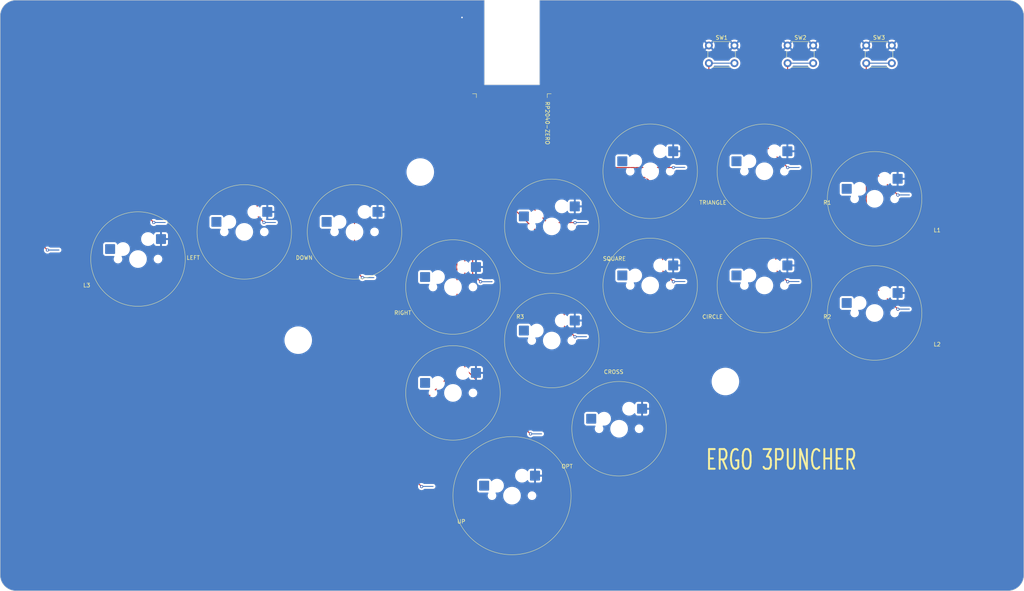
<source format=kicad_pcb>
(kicad_pcb (version 20221018) (generator pcbnew)
  (layers (0 "F.Cu" signal) (31 "B.Cu" signal) (34 "B.Paste" user) (35 "F.Paste" user) (36 "B.SilkS" user "B.Silkscreen") (37 "F.SilkS" user "F.Silkscreen") (38 "B.Mask" user) (39 "F.Mask" user) (44 "Edge.Cuts" user))
  (net 0 "")
  (net 1 "OPT1")
  (net 2 "GND")
  (net 3 "OPT2")
  (net 4 "OPT3")
  (net 5 "SQUARE")
  (net 6 "TRIANGLE")
  (net 7 "R1")
  (net 8 "L1")
  (net 9 "OPT5")
  (net 10 "CROSS")
  (net 11 "CIRCLE")
  (net 12 "R2")
  (net 13 "L2")
  (net 14 "OPT6")
  (net 15 "LEFT")
  (net 16 "DOWN")
  (net 17 "RIGHT")
  (net 18 "UP")
  (net 19 "OPT4")
  (footprint "MX_Hotswap:MX-Hotswap-1U-24mm" (layer "F.Cu") (at 197.5 134.6)
    (fp_text reference "MX16")
    (fp_text value "MX-NoLED")
    (fp_circle (center 0 0) (end 12 0) (stroke (width 0.1)) (fill none) (layer "F.SilkS"))
    (pad "" np_thru_hole circle (at -5.08 0 48.099) (size 1.7018 1.7018) (drill 1.7018) (layers "F&B.Cu" "*.Mask"))
    (pad "" np_thru_hole circle (at -3.81 -2.54) (size 3 3) (drill 3) (layers "F&B.Cu" "*.Mask"))
    (pad "" np_thru_hole circle (at 0 0) (size 3.9878 3.9878) (drill 3.9878) (layers "F&B.Cu" "*.Mask"))
    (pad "" np_thru_hole circle (at 2.54 -5.08) (size 3 3) (drill 3) (layers "F&B.Cu" "*.Mask"))
    (pad "" np_thru_hole circle (at 5.08 0 48.099) (size 1.7018 1.7018) (drill 1.7018) (layers "F&B.Cu" "*.Mask"))
    (pad "1" smd roundrect (at -7.085 -2.54) (size 2.55 2.5) (layers "B.Cu" "B.Paste" "B.Mask") (roundrect_rratio 0.08) (net 17 "RIGHT"))
    (pad "2" smd roundrect (at 5.842 -5.08) (size 2.55 2.5) (layers "B.Cu" "B.Paste" "B.Mask") (roundrect_rratio 0.08) (net 2 "GND"))
  )
  (footprint "MX_Hotswap:MX-Hotswap-1U-24mm" (layer "F.Cu") (at 276.6 134.2)
    (fp_text reference "MX11")
    (fp_text value "MX-NoLED")
    (fp_circle (center 0 0) (end 12 0) (stroke (width 0.1)) (fill none) (layer "F.SilkS"))
    (pad "" np_thru_hole circle (at -5.08 0 48.099) (size 1.7018 1.7018) (drill 1.7018) (layers "F&B.Cu" "*.Mask"))
    (pad "" np_thru_hole circle (at -3.81 -2.54) (size 3 3) (drill 3) (layers "F&B.Cu" "*.Mask"))
    (pad "" np_thru_hole circle (at 0 0) (size 3.9878 3.9878) (drill 3.9878) (layers "F&B.Cu" "*.Mask"))
    (pad "" np_thru_hole circle (at 2.54 -5.08) (size 3 3) (drill 3) (layers "F&B.Cu" "*.Mask"))
    (pad "" np_thru_hole circle (at 5.08 0 48.099) (size 1.7018 1.7018) (drill 1.7018) (layers "F&B.Cu" "*.Mask"))
    (pad "1" smd roundrect (at -7.085 -2.54) (size 2.55 2.5) (layers "B.Cu" "B.Paste" "B.Mask") (roundrect_rratio 0.08) (net 12 "R2"))
    (pad "2" smd roundrect (at 5.842 -5.08) (size 2.55 2.5) (layers "B.Cu" "B.Paste" "B.Mask") (roundrect_rratio 0.08) (net 2 "GND"))
  )
  (footprint "MX_Hotswap:MX-Hotswap-1U-30mm" (layer "F.Cu") (at 212.5 187.6)
    (fp_text reference "MX17")
    (fp_text value "MX-NoLED")
    (fp_circle (center 0 0) (end 15 0) (stroke (width 0.1)) (fill none) (layer "F.SilkS"))
    (pad "" np_thru_hole circle (at -5.08 0 48.099) (size 1.7018 1.7018) (drill 1.7018) (layers "F&B.Cu" "*.Mask"))
    (pad "" np_thru_hole circle (at -3.81 -2.54) (size 3 3) (drill 3) (layers "F&B.Cu" "*.Mask"))
    (pad "" np_thru_hole circle (at 0 0) (size 3.9878 3.9878) (drill 3.9878) (layers "F&B.Cu" "*.Mask"))
    (pad "" np_thru_hole circle (at 2.54 -5.08) (size 3 3) (drill 3) (layers "F&B.Cu" "*.Mask"))
    (pad "" np_thru_hole circle (at 5.08 0 48.099) (size 1.7018 1.7018) (drill 1.7018) (layers "F&B.Cu" "*.Mask"))
    (pad "1" smd roundrect (at -7.085 -2.54) (size 2.55 2.5) (layers "B.Cu" "B.Paste" "B.Mask") (roundrect_rratio 0.08) (net 18 "UP"))
    (pad "2" smd roundrect (at 5.842 -5.08) (size 2.55 2.5) (layers "B.Cu" "B.Paste" "B.Mask") (roundrect_rratio 0.08) (net 2 "GND"))
  )
  (footprint "MX_Hotswap:MX-Hotswap-1U-24mm" (layer "F.Cu") (at 172.5 120.6)
    (fp_text reference "MX15")
    (fp_text value "MX-NoLED")
    (fp_circle (center 0 0) (end 12 0) (stroke (width 0.1)) (fill none) (layer "F.SilkS"))
    (pad "" np_thru_hole circle (at -5.08 0 48.099) (size 1.7018 1.7018) (drill 1.7018) (layers "F&B.Cu" "*.Mask"))
    (pad "" np_thru_hole circle (at -3.81 -2.54) (size 3 3) (drill 3) (layers "F&B.Cu" "*.Mask"))
    (pad "" np_thru_hole circle (at 0 0) (size 3.9878 3.9878) (drill 3.9878) (layers "F&B.Cu" "*.Mask"))
    (pad "" np_thru_hole circle (at 2.54 -5.08) (size 3 3) (drill 3) (layers "F&B.Cu" "*.Mask"))
    (pad "" np_thru_hole circle (at 5.08 0 48.099) (size 1.7018 1.7018) (drill 1.7018) (layers "F&B.Cu" "*.Mask"))
    (pad "1" smd roundrect (at -7.085 -2.54) (size 2.55 2.5) (layers "B.Cu" "B.Paste" "B.Mask") (roundrect_rratio 0.08) (net 16 "DOWN"))
    (pad "2" smd roundrect (at 5.842 -5.08) (size 2.55 2.5) (layers "B.Cu" "B.Paste" "B.Mask") (roundrect_rratio 0.08) (net 2 "GND"))
  )
  (footprint "MountingHole:MountingHole_6.5mm" (layer "F.Cu") (at 266.7 158.6)
    (fp_text reference "H3")
    (fp_text value "MountingHole")
    (pad "" np_thru_hole circle (at 0 0) (size 6.5 6.5) (drill 6.5) (layers "*.Cu" "*.Mask"))
  )
  (footprint "MX_Hotswap:MX-Hotswap-1U-24mm" (layer "F.Cu") (at 304.6 112.2)
    (fp_text reference "MX7")
    (fp_text value "MX-NoLED")
    (fp_circle (center 0 0) (end 12 0) (stroke (width 0.1)) (fill none) (layer "F.SilkS"))
    (pad "" np_thru_hole circle (at -5.08 0 48.099) (size 1.7018 1.7018) (drill 1.7018) (layers "F&B.Cu" "*.Mask"))
    (pad "" np_thru_hole circle (at -3.81 -2.54) (size 3 3) (drill 3) (layers "F&B.Cu" "*.Mask"))
    (pad "" np_thru_hole circle (at 0 0) (size 3.9878 3.9878) (drill 3.9878) (layers "F&B.Cu" "*.Mask"))
    (pad "" np_thru_hole circle (at 2.54 -5.08) (size 3 3) (drill 3) (layers "F&B.Cu" "*.Mask"))
    (pad "" np_thru_hole circle (at 5.08 0 48.099) (size 1.7018 1.7018) (drill 1.7018) (layers "F&B.Cu" "*.Mask"))
    (pad "1" smd roundrect (at -7.085 -2.54) (size 2.55 2.5) (layers "B.Cu" "B.Paste" "B.Mask") (roundrect_rratio 0.08) (net 8 "L1"))
    (pad "2" smd roundrect (at 5.842 -5.08) (size 2.55 2.5) (layers "B.Cu" "B.Paste" "B.Mask") (roundrect_rratio 0.08) (net 2 "GND"))
  )
  (footprint "MX_Hotswap:MX-Hotswap-1U-24mm" (layer "F.Cu") (at 222.6 148.2)
    (fp_text reference "MX9")
    (fp_text value "MX-NoLED")
    (fp_circle (center 0 0) (end 12 0) (stroke (width 0.1)) (fill none) (layer "F.SilkS"))
    (pad "" np_thru_hole circle (at -5.08 0 48.099) (size 1.7018 1.7018) (drill 1.7018) (layers "F&B.Cu" "*.Mask"))
    (pad "" np_thru_hole circle (at -3.81 -2.54) (size 3 3) (drill 3) (layers "F&B.Cu" "*.Mask"))
    (pad "" np_thru_hole circle (at 0 0) (size 3.9878 3.9878) (drill 3.9878) (layers "F&B.Cu" "*.Mask"))
    (pad "" np_thru_hole circle (at 2.54 -5.08) (size 3 3) (drill 3) (layers "F&B.Cu" "*.Mask"))
    (pad "" np_thru_hole circle (at 5.08 0 48.099) (size 1.7018 1.7018) (drill 1.7018) (layers "F&B.Cu" "*.Mask"))
    (pad "1" smd roundrect (at -7.085 -2.54) (size 2.55 2.5) (layers "B.Cu" "B.Paste" "B.Mask") (roundrect_rratio 0.08) (net 10 "CROSS"))
    (pad "2" smd roundrect (at 5.842 -5.08) (size 2.55 2.5) (layers "B.Cu" "B.Paste" "B.Mask") (roundrect_rratio 0.08) (net 2 "GND"))
  )
  (footprint "MX_Hotswap:MX-Hotswap-1U-24mm" (layer "F.Cu") (at 247.6 105.2)
    (fp_text reference "MX5")
    (fp_text value "MX-NoLED")
    (fp_circle (center 0 0) (end 12 0) (stroke (width 0.1)) (fill none) (layer "F.SilkS"))
    (pad "" np_thru_hole circle (at -5.08 0 48.099) (size 1.7018 1.7018) (drill 1.7018) (layers "F&B.Cu" "*.Mask"))
    (pad "" np_thru_hole circle (at -3.81 -2.54) (size 3 3) (drill 3) (layers "F&B.Cu" "*.Mask"))
    (pad "" np_thru_hole circle (at 0 0) (size 3.9878 3.9878) (drill 3.9878) (layers "F&B.Cu" "*.Mask"))
    (pad "" np_thru_hole circle (at 2.54 -5.08) (size 3 3) (drill 3) (layers "F&B.Cu" "*.Mask"))
    (pad "" np_thru_hole circle (at 5.08 0 48.099) (size 1.7018 1.7018) (drill 1.7018) (layers "F&B.Cu" "*.Mask"))
    (pad "1" smd roundrect (at -7.085 -2.54) (size 2.55 2.5) (layers "B.Cu" "B.Paste" "B.Mask") (roundrect_rratio 0.08) (net 6 "TRIANGLE"))
    (pad "2" smd roundrect (at 5.842 -5.08) (size 2.55 2.5) (layers "B.Cu" "B.Paste" "B.Mask") (roundrect_rratio 0.08) (net 2 "GND"))
  )
  (footprint "MountingHole:MountingHole_6.5mm" (layer "F.Cu") (at 189.2 105.4)
    (fp_text reference "H1")
    (fp_text value "MountingHole")
    (pad "" np_thru_hole circle (at 0 0) (size 6.5 6.5) (drill 6.5) (layers "*.Cu" "*.Mask"))
  )
  (footprint "MX_Hotswap:MX-Hotswap-1U-24mm" (layer "F.Cu") (at 117.5 127.5)
    (fp_text reference "MX13")
    (fp_text value "MX-NoLED")
    (fp_circle (center 0 0) (end 12 0) (stroke (width 0.1)) (fill none) (layer "F.SilkS"))
    (pad "" np_thru_hole circle (at -5.08 0 48.099) (size 1.7018 1.7018) (drill 1.7018) (layers "F&B.Cu" "*.Mask"))
    (pad "" np_thru_hole circle (at -3.81 -2.54) (size 3 3) (drill 3) (layers "F&B.Cu" "*.Mask"))
    (pad "" np_thru_hole circle (at 0 0) (size 3.9878 3.9878) (drill 3.9878) (layers "F&B.Cu" "*.Mask"))
    (pad "" np_thru_hole circle (at 2.54 -5.08) (size 3 3) (drill 3) (layers "F&B.Cu" "*.Mask"))
    (pad "" np_thru_hole circle (at 5.08 0 48.099) (size 1.7018 1.7018) (drill 1.7018) (layers "F&B.Cu" "*.Mask"))
    (pad "1" smd roundrect (at -7.085 -2.54) (size 2.55 2.5) (layers "B.Cu" "B.Paste" "B.Mask") (roundrect_rratio 0.08) (net 14 "OPT6"))
    (pad "2" smd roundrect (at 5.842 -5.08) (size 2.55 2.5) (layers "B.Cu" "B.Paste" "B.Mask") (roundrect_rratio 0.08) (net 2 "GND"))
  )
  (footprint "Button_Switch_THT:SW_PUSH_6mm_H13mm" (layer "F.Cu") (at 302.475 73.25)
    (fp_text reference "SW3" (at 3.25 -2) (layer "F.SilkS"))
    (fp_text value "SW_SPST")
    (fp_line (start -0.25 1.5) (end -0.25 3) (stroke (width 0.12)) (layer "F.SilkS"))
    (fp_line (start 1 5.5) (end 5.5 5.5) (stroke (width 0.12)) (layer "F.SilkS"))
    (fp_line (start 5.5 -1) (end 1 -1) (stroke (width 0.12)) (layer "F.SilkS"))
    (fp_line (start 6.75 3) (end 6.75 1.5) (stroke (width 0.12)) (layer "F.SilkS"))
    (pad "1" thru_hole circle (at 0 0 90) (size 2 2) (drill 1.1) (layers "*.Cu" "*.Mask") (net 2 "GND"))
    (pad "1" thru_hole circle (at 6.5 0 90) (size 2 2) (drill 1.1) (layers "*.Cu" "*.Mask") (net 2 "GND"))
    (pad "2" thru_hole circle (at 0 4.5 90) (size 2 2) (drill 1.1) (layers "*.Cu" "*.Mask") (net 4 "OPT3"))
    (pad "2" thru_hole circle (at 6.5 4.5 90) (size 2 2) (drill 1.1) (layers "*.Cu" "*.Mask") (net 4 "OPT3"))
  )
  (footprint "Button_Switch_THT:SW_PUSH_6mm_H13mm" (layer "F.Cu") (at 262.5 73.25)
    (fp_text reference "SW1" (at 3.25 -2) (layer "F.SilkS"))
    (fp_text value "SW_SPST")
    (fp_line (start -0.25 1.5) (end -0.25 3) (stroke (width 0.12)) (layer "F.SilkS"))
    (fp_line (start 1 5.5) (end 5.5 5.5) (stroke (width 0.12)) (layer "F.SilkS"))
    (fp_line (start 5.5 -1) (end 1 -1) (stroke (width 0.12)) (layer "F.SilkS"))
    (fp_line (start 6.75 3) (end 6.75 1.5) (stroke (width 0.12)) (layer "F.SilkS"))
    (pad "1" thru_hole circle (at 0 0 90) (size 2 2) (drill 1.1) (layers "*.Cu" "*.Mask") (net 2 "GND"))
    (pad "1" thru_hole circle (at 6.5 0 90) (size 2 2) (drill 1.1) (layers "*.Cu" "*.Mask") (net 2 "GND"))
    (pad "2" thru_hole circle (at 0 4.5 90) (size 2 2) (drill 1.1) (layers "*.Cu" "*.Mask") (net 1 "OPT1"))
    (pad "2" thru_hole circle (at 6.5 4.5 90) (size 2 2) (drill 1.1) (layers "*.Cu" "*.Mask") (net 1 "OPT1"))
  )
  (footprint "Button_Switch_THT:SW_PUSH_6mm_H13mm" (layer "F.Cu") (at 282.5 73.25)
    (fp_text reference "SW2" (at 3.25 -2) (layer "F.SilkS"))
    (fp_text value "SW_SPST")
    (fp_line (start -0.25 1.5) (end -0.25 3) (stroke (width 0.12)) (layer "F.SilkS"))
    (fp_line (start 1 5.5) (end 5.5 5.5) (stroke (width 0.12)) (layer "F.SilkS"))
    (fp_line (start 5.5 -1) (end 1 -1) (stroke (width 0.12)) (layer "F.SilkS"))
    (fp_line (start 6.75 3) (end 6.75 1.5) (stroke (width 0.12)) (layer "F.SilkS"))
    (pad "1" thru_hole circle (at 0 0 90) (size 2 2) (drill 1.1) (layers "*.Cu" "*.Mask") (net 2 "GND"))
    (pad "1" thru_hole circle (at 6.5 0 90) (size 2 2) (drill 1.1) (layers "*.Cu" "*.Mask") (net 2 "GND"))
    (pad "2" thru_hole circle (at 0 4.5 90) (size 2 2) (drill 1.1) (layers "*.Cu" "*.Mask") (net 3 "OPT2"))
    (pad "2" thru_hole circle (at 6.5 4.5 90) (size 2 2) (drill 1.1) (layers "*.Cu" "*.Mask") (net 3 "OPT2"))
  )
  (footprint "MX_Hotswap:MX-Hotswap-1U-24mm" (layer "F.Cu") (at 222.6 119.2)
    (fp_text reference "MX4")
    (fp_text value "MX-NoLED")
    (fp_circle (center 0 0) (end 12 0) (stroke (width 0.1)) (fill none) (layer "F.SilkS"))
    (pad "" np_thru_hole circle (at -5.08 0 48.099) (size 1.7018 1.7018) (drill 1.7018) (layers "F&B.Cu" "*.Mask"))
    (pad "" np_thru_hole circle (at -3.81 -2.54) (size 3 3) (drill 3) (layers "F&B.Cu" "*.Mask"))
    (pad "" np_thru_hole circle (at 0 0) (size 3.9878 3.9878) (drill 3.9878) (layers "F&B.Cu" "*.Mask"))
    (pad "" np_thru_hole circle (at 2.54 -5.08) (size 3 3) (drill 3) (layers "F&B.Cu" "*.Mask"))
    (pad "" np_thru_hole circle (at 5.08 0 48.099) (size 1.7018 1.7018) (drill 1.7018) (layers "F&B.Cu" "*.Mask"))
    (pad "1" smd roundrect (at -7.085 -2.54) (size 2.55 2.5) (layers "B.Cu" "B.Paste" "B.Mask") (roundrect_rratio 0.08) (net 5 "SQUARE"))
    (pad "2" smd roundrect (at 5.842 -5.08) (size 2.55 2.5) (layers "B.Cu" "B.Paste" "B.Mask") (roundrect_rratio 0.08) (net 2 "GND"))
  )
  (footprint "RP2040-Zero:RP2040-Zero" (layer "F.Cu") (at 212.4186 71.2454)
    (fp_text reference "U1" hide)
    (fp_text value "RP2040-ZERO" (at 9.0694 21.7186 -90 unlocked) (layer "F.SilkS"))
    (fp_line (start -8.9586 14.2646) (end -9.9586 14.2646) (stroke (width 0.12)) (layer "F.SilkS"))
    (fp_line (start -8.9586 14.2646) (end -8.9586 15.2646) (stroke (width 0.12)) (layer "F.SilkS"))
    (fp_line (start 9.0414 14.2646) (end 9.0414 15.2646) (stroke (width 0.12)) (layer "F.SilkS"))
    (fp_line (start 9.0414 14.2646) (end 10.0414 14.2646) (stroke (width 0.12)) (layer "F.SilkS"))
    (pad "1" smd roundrect (at 9.2014 -7.6454 180) (size 3 1.524) (layers "F.Cu" "F.Paste" "F.Mask"))
    (pad "2" smd roundrect (at 9.2014 -5.1054 180) (size 3 1.524) (layers "F.Cu" "F.Paste" "F.Mask"))
    (pad "3" smd roundrect (at 9.2014 -2.5654 180) (size 3 1.524) (layers "F.Cu" "F.Paste" "F.Mask") (net 1 "OPT1"))
    (pad "4" smd roundrect (at 9.2014 -0.0254 180) (size 3 1.524) (layers "F.Cu" "F.Paste" "F.Mask") (net 3 "OPT2"))
    (pad "5" smd roundrect (at 9.2014 2.5146 180) (size 3 1.524) (layers "F.Cu" "F.Paste" "F.Mask") (net 4 "OPT3"))
    (pad "6" smd roundrect (at 9.2014 5.0546 180) (size 3 1.524) (layers "F.Cu" "F.Paste" "F.Mask") (net 8 "L1"))
    (pad "7" smd roundrect (at 9.2014 7.5946 180) (size 3 1.524) (layers "F.Cu" "F.Paste" "F.Mask") (net 13 "L2"))
    (pad "8" smd roundrect (at 9.2014 10.1346 180) (size 3 1.524) (layers "F.Cu" "F.Paste" "F.Mask") (net 7 "R1"))
    (pad "9" smd roundrect (at 9.2014 12.6746 180) (size 3 1.524) (layers "F.Cu" "F.Paste" "F.Mask") (net 12 "R2"))
    (pad "10" smd roundrect (at 5.1214 14.2146 270) (size 3 1.524) (layers "F.Cu" "F.Paste" "F.Mask") (net 6 "TRIANGLE"))
    (pad "11" smd roundrect (at 2.5814 14.2146 270) (size 3 1.524) (layers "F.Cu" "F.Paste" "F.Mask") (net 11 "CIRCLE"))
    (pad "12" smd roundrect (at 0.0414 14.2146 270) (size 3 1.524) (layers "F.Cu" "F.Paste" "F.Mask") (net 5 "SQUARE"))
    (pad "13" smd roundrect (at -2.4986 14.2146 270) (size 3 1.524) (layers "F.Cu" "F.Paste" "F.Mask") (net 10 "CROSS"))
    (pad "14" smd roundrect (at -5.0386 14.2146 90) (size 3 1.524) (layers "F.Cu" "F.Paste" "F.Mask") (net 19 "OPT4"))
    (pad "15" smd roundrect (at -9.1186 12.6746 180) (size 3 1.524) (layers "F.Cu" "F.Paste" "F.Mask") (net 9 "OPT5"))
    (pad "16" smd roundrect (at -9.1186 10.1346 180) (size 3 1.524) (layers "F.Cu" "F.Paste" "F.Mask") (net 18 "UP"))
    (pad "17" smd roundrect (at -9.1186 7.5946 180) (size 3 1.524) (layers "F.Cu" "F.Paste" "F.Mask") (net 17 "RIGHT"))
    (pad "18" smd roundrect (at -9.1186 5.0546 180) (size 3 1.524) (layers "F.Cu" "F.Paste" "F.Mask") (net 16 "DOWN"))
    (pad "19" smd roundrect (at -9.1186 2.5146 180) (size 3 1.524) (layers "F.Cu" "F.Paste" "F.Mask") (net 15 "LEFT"))
    (pad "20" smd roundrect (at -9.1186 -0.0254 180) (size 3 1.524) (layers "F.Cu" "F.Paste" "F.Mask") (net 14 "OPT6"))
    (pad "21" smd roundrect (at -9.1186 -2.5654 180) (size 3 1.524) (layers "F.Cu" "F.Paste" "F.Mask"))
    (pad "22" smd roundrect (at -9.1186 -5.1054 180) (size 3 1.524) (layers "F.Cu" "F.Paste" "F.Mask") (net 2 "GND"))
    (pad "23" smd roundrect (at -9.1186 -7.6454 180) (size 3 1.524) (layers "F.Cu" "F.Paste" "F.Mask"))
  )
  (footprint "MX_Hotswap:MX-Hotswap-1U-24mm" (layer "F.Cu") (at 247.6 134.2)
    (fp_text reference "MX10")
    (fp_text value "MX-NoLED")
    (fp_circle (center 0 0) (end 12 0) (stroke (width 0.1)) (fill none) (layer "F.SilkS"))
    (pad "" np_thru_hole circle (at -5.08 0 48.099) (size 1.7018 1.7018) (drill 1.7018) (layers "F&B.Cu" "*.Mask"))
    (pad "" np_thru_hole circle (at -3.81 -2.54) (size 3 3) (drill 3) (layers "F&B.Cu" "*.Mask"))
    (pad "" np_thru_hole circle (at 0 0) (size 3.9878 3.9878) (drill 3.9878) (layers "F&B.Cu" "*.Mask"))
    (pad "" np_thru_hole circle (at 2.54 -5.08) (size 3 3) (drill 3) (layers "F&B.Cu" "*.Mask"))
    (pad "" np_thru_hole circle (at 5.08 0 48.099) (size 1.7018 1.7018) (drill 1.7018) (layers "F&B.Cu" "*.Mask"))
    (pad "1" smd roundrect (at -7.085 -2.54) (size 2.55 2.5) (layers "B.Cu" "B.Paste" "B.Mask") (roundrect_rratio 0.08) (net 11 "CIRCLE"))
    (pad "2" smd roundrect (at 5.842 -5.08) (size 2.55 2.5) (layers "B.Cu" "B.Paste" "B.Mask") (roundrect_rratio 0.08) (net 2 "GND"))
  )
  (footprint "MX_Hotswap:MX-Hotswap-1U-24mm" (layer "F.Cu") (at 239.7 170.6)
    (fp_text reference "MX8")
    (fp_text value "MX-NoLED")
    (fp_circle (center 0 0) (end 12 0) (stroke (width 0.1)) (fill none) (layer "F.SilkS"))
    (pad "" np_thru_hole circle (at -5.08 0 48.099) (size 1.7018 1.7018) (drill 1.7018) (layers "F&B.Cu" "*.Mask"))
    (pad "" np_thru_hole circle (at -3.81 -2.54) (size 3 3) (drill 3) (layers "F&B.Cu" "*.Mask"))
    (pad "" np_thru_hole circle (at 0 0) (size 3.9878 3.9878) (drill 3.9878) (layers "F&B.Cu" "*.Mask"))
    (pad "" np_thru_hole circle (at 2.54 -5.08) (size 3 3) (drill 3) (layers "F&B.Cu" "*.Mask"))
    (pad "" np_thru_hole circle (at 5.08 0 48.099) (size 1.7018 1.7018) (drill 1.7018) (layers "F&B.Cu" "*.Mask"))
    (pad "1" smd roundrect (at -7.085 -2.54) (size 2.55 2.5) (layers "B.Cu" "B.Paste" "B.Mask") (roundrect_rratio 0.08) (net 9 "OPT5"))
    (pad "2" smd roundrect (at 5.842 -5.08) (size 2.55 2.5) (layers "B.Cu" "B.Paste" "B.Mask") (roundrect_rratio 0.08) (net 2 "GND"))
  )
  (footprint "MX_Hotswap:MX-Hotswap-1U-24mm" (layer "F.Cu") (at 197.5 161.5)
    (fp_text reference "MX18")
    (fp_text value "MX-NoLED")
    (fp_circle (center 0 0) (end 12 0) (stroke (width 0.1)) (fill none) (layer "F.SilkS"))
    (pad "" np_thru_hole circle (at -5.08 0 48.099) (size 1.7018 1.7018) (drill 1.7018) (layers "F&B.Cu" "*.Mask"))
    (pad "" np_thru_hole circle (at -3.81 -2.54) (size 3 3) (drill 3) (layers "F&B.Cu" "*.Mask"))
    (pad "" np_thru_hole circle (at 0 0) (size 3.9878 3.9878) (drill 3.9878) (layers "F&B.Cu" "*.Mask"))
    (pad "" np_thru_hole circle (at 2.54 -5.08) (size 3 3) (drill 3) (layers "F&B.Cu" "*.Mask"))
    (pad "" np_thru_hole circle (at 5.08 0 48.099) (size 1.7018 1.7018) (drill 1.7018) (layers "F&B.Cu" "*.Mask"))
    (pad "1" smd roundrect (at -7.085 -2.54) (size 2.55 2.5) (layers "B.Cu" "B.Paste" "B.Mask") (roundrect_rratio 0.08) (net 19 "OPT4"))
    (pad "2" smd roundrect (at 5.842 -5.08) (size 2.55 2.5) (layers "B.Cu" "B.Paste" "B.Mask") (roundrect_rratio 0.08) (net 2 "GND"))
  )
  (footprint "MX_Hotswap:MX-Hotswap-1U-24mm" (layer "F.Cu") (at 276.6 105.2)
    (fp_text reference "MX6")
    (fp_text value "MX-NoLED")
    (fp_circle (center 0 0) (end 12 0) (stroke (width 0.1)) (fill none) (layer "F.SilkS"))
    (pad "" np_thru_hole circle (at -5.08 0 48.099) (size 1.7018 1.7018) (drill 1.7018) (layers "F&B.Cu" "*.Mask"))
    (pad "" np_thru_hole circle (at -3.81 -2.54) (size 3 3) (drill 3) (layers "F&B.Cu" "*.Mask"))
    (pad "" np_thru_hole circle (at 0 0) (size 3.9878 3.9878) (drill 3.9878) (layers "F&B.Cu" "*.Mask"))
    (pad "" np_thru_hole circle (at 2.54 -5.08) (size 3 3) (drill 3) (layers "F&B.Cu" "*.Mask"))
    (pad "" np_thru_hole circle (at 5.08 0 48.099) (size 1.7018 1.7018) (drill 1.7018) (layers "F&B.Cu" "*.Mask"))
    (pad "1" smd roundrect (at -7.085 -2.54) (size 2.55 2.5) (layers "B.Cu" "B.Paste" "B.Mask") (roundrect_rratio 0.08) (net 7 "R1"))
    (pad "2" smd roundrect (at 5.842 -5.08) (size 2.55 2.5) (layers "B.Cu" "B.Paste" "B.Mask") (roundrect_rratio 0.08) (net 2 "GND"))
  )
  (footprint "MX_Hotswap:MX-Hotswap-1U-24mm" (layer "F.Cu") (at 304.6 141.2)
    (fp_text reference "MX12")
    (fp_text value "MX-NoLED")
    (fp_circle (center 0 0) (end 12 0) (stroke (width 0.1)) (fill none) (layer "F.SilkS"))
    (pad "" np_thru_hole circle (at -5.08 0 48.099) (size 1.7018 1.7018) (drill 1.7018) (layers "F&B.Cu" "*.Mask"))
    (pad "" np_thru_hole circle (at -3.81 -2.54) (size 3 3) (drill 3) (layers "F&B.Cu" "*.Mask"))
    (pad "" np_thru_hole circle (at 0 0) (size 3.9878 3.9878) (drill 3.9878) (layers "F&B.Cu" "*.Mask"))
    (pad "" np_thru_hole circle (at 2.54 -5.08) (size 3 3) (drill 3) (layers "F&B.Cu" "*.Mask"))
    (pad "" np_thru_hole circle (at 5.08 0 48.099) (size 1.7018 1.7018) (drill 1.7018) (layers "F&B.Cu" "*.Mask"))
    (pad "1" smd roundrect (at -7.085 -2.54) (size 2.55 2.5) (layers "B.Cu" "B.Paste" "B.Mask") (roundrect_rratio 0.08) (net 13 "L2"))
    (pad "2" smd roundrect (at 5.842 -5.08) (size 2.55 2.5) (layers "B.Cu" "B.Paste" "B.Mask") (roundrect_rratio 0.08) (net 2 "GND"))
  )
  (footprint "MountingHole:MountingHole_6.5mm" (layer "F.Cu") (at 158.2 148.1)
    (fp_text reference "H2")
    (fp_text value "MountingHole")
    (pad "" np_thru_hole circle (at 0 0) (size 6.5 6.5) (drill 6.5) (layers "*.Cu" "*.Mask"))
  )
  (footprint "MX_Hotswap:MX-Hotswap-1U-24mm" (layer "F.Cu") (at 144.5 120.6)
    (fp_text reference "MX14")
    (fp_text value "MX-NoLED")
    (fp_circle (center 0 0) (end 12 0) (stroke (width 0.1)) (fill none) (layer "F.SilkS"))
    (pad "" np_thru_hole circle (at -5.08 0 48.099) (size 1.7018 1.7018) (drill 1.7018) (layers "F&B.Cu" "*.Mask"))
    (pad "" np_thru_hole circle (at -3.81 -2.54) (size 3 3) (drill 3) (layers "F&B.Cu" "*.Mask"))
    (pad "" np_thru_hole circle (at 0 0) (size 3.9878 3.9878) (drill 3.9878) (layers "F&B.Cu" "*.Mask"))
    (pad "" np_thru_hole circle (at 2.54 -5.08) (size 3 3) (drill 3) (layers "F&B.Cu" "*.Mask"))
    (pad "" np_thru_hole circle (at 5.08 0 48.099) (size 1.7018 1.7018) (drill 1.7018) (layers "F&B.Cu" "*.Mask"))
    (pad "1" smd roundrect (at -7.085 -2.54) (size 2.55 2.5) (layers "B.Cu" "B.Paste" "B.Mask") (roundrect_rratio 0.08) (net 15 "LEFT"))
    (pad "2" smd roundrect (at 5.842 -5.08) (size 2.55 2.5) (layers "B.Cu" "B.Paste" "B.Mask") (roundrect_rratio 0.08) (net 2 "GND"))
  )
  (gr_line (start 205.5 83.25) (end 219.5 83.25) (stroke (width 0.1)) (layer "Edge.Cuts"))
  (gr_arc (start 338.5 61.75) (mid 341.328427 62.921573) (end 342.5 65.75) (stroke (width 0.1)) (layer "Edge.Cuts"))
  (gr_line (start 205.5 61.75) (end 205.5 83.25) (stroke (width 0.1)) (layer "Edge.Cuts"))
  (gr_arc (start 82.5 65.75) (mid 83.671573 62.921573) (end 86.5 61.75) (stroke (width 0.1)) (layer "Edge.Cuts"))
  (gr_arc (start 86.5 211.75) (mid 83.671573 210.578427) (end 82.5 207.75) (stroke (width 0.1)) (layer "Edge.Cuts"))
  (gr_line (start 82.5 207.75) (end 82.5 65.75) (stroke (width 0.1)) (layer "Edge.Cuts"))
  (gr_line (start 342.5 207.75) (end 342.5 65.75) (stroke (width 0.1)) (layer "Edge.Cuts"))
  (gr_line (start 338.5 211.75) (end 86.5 211.75) (stroke (width 0.1)) (layer "Edge.Cuts"))
  (gr_line (start 86.5 61.75) (end 205.5 61.75) (stroke (width 0.1)) (layer "Edge.Cuts"))
  (gr_line (start 219.5 83.25) (end 219.5 61.75) (stroke (width 0.1)) (layer "Edge.Cuts"))
  (gr_line (start 219.5 61.75) (end 338.5 61.75) (stroke (width 0.1)) (layer "Edge.Cuts"))
  (gr_arc (start 342.5 207.75) (mid 341.328427 210.578427) (end 338.5 211.75) (stroke (width 0.1)) (layer "Edge.Cuts"))
  (gr_text "SQUARE" (at 235.5 128) (layer "F.SilkS") (effects (font (size 1 1)) (justify left bottom)))
  (gr_text "OPT" (at 225 180.75) (layer "F.SilkS") (effects (font (size 1 1)) (justify left bottom)))
  (gr_text "L3" (at 103.5 134.75) (layer "F.SilkS") (effects (font (size 1 1)) (justify left bottom)))
  (gr_text "L2" (at 319.5 149.75) (layer "F.SilkS") (effects (font (size 1 1)) (justify left bottom)))
  (gr_text "LEFT" (at 129.75 127.75) (layer "F.SilkS") (effects (font (size 1 1)) (justify left bottom)))
  (gr_text "CIRCLE" (at 260.75 142.75) (layer "F.SilkS") (effects (font (size 1 1)) (justify left bottom)))
  (gr_text "RIGHT" (at 182.5 141.75) (layer "F.SilkS") (effects (font (size 1 1)) (justify left bottom)))
  (gr_text "ERGO 3PUNCHER" (at 261.5 181.4) (layer "F.SilkS") (effects (font (size 5 3) (thickness 0.5) bold) (justify left bottom)))
  (gr_text "L1" (at 319.5 120.75) (layer "F.SilkS") (effects (font (size 1 1)) (justify left bottom)))
  (gr_text "UP" (at 198.5 194.75) (layer "F.SilkS") (effects (font (size 1 1)) (justify left bottom)))
  (gr_text "TRIANGLE" (at 260 113.75) (layer "F.SilkS") (effects (font (size 1 1)) (justify left bottom)))
  (gr_text "R2" (at 291.5 142.75) (layer "F.SilkS") (effects (font (size 1 1)) (justify left bottom)))
  (gr_text "DOWN" (at 157.5 127.75) (layer "F.SilkS") (effects (font (size 1 1)) (justify left bottom)))
  (gr_text "CROSS" (at 235.75 156.75) (layer "F.SilkS") (effects (font (size 1 1)) (justify left bottom)))
  (gr_text "R3" (at 213.5 142.75) (layer "F.SilkS") (effects (font (size 1 1)) (justify left bottom)))
  (gr_text "R1" (at 291.5 113.75) (layer "F.SilkS") (effects (font (size 1 1)) (justify left bottom)))
  (segment (start 222.42 68.67) (end 238.75 85) (width 0.254) (layer "F.Cu") (net 1))
  (segment (start 258.5 85) (end 262.5 81) (width 0.254) (layer "F.Cu") (net 1))
  (segment (start 262.5 81) (end 262.5 77.75) (width 0.254) (layer "F.Cu") (net 1))
  (segment (start 221.66 68.67) (end 222.42 68.67) (width 0.254) (layer "F.Cu") (net 1))
  (segment (start 238.75 85) (end 258.5 85) (width 0.254) (layer "F.Cu") (net 1))
  (segment (start 262.5 77.75) (end 269 77.75) (width 0.254) (layer "B.Cu") (net 1))
  (segment (start 199.798 66.14) (end 203.3 66.14) (width 0.381) (layer "F.Cu") (net 2))
  (via (at 199.798 66.14) (size 0.8) (drill 0.4) (layers "F.Cu" "B.Cu") (net 2))
  (segment (start 137.342 115.67) (end 137.342 115.658) (width 0.25) (layer "B.Cu") (net 2))
  (segment (start 237.75 86.5) (end 277 86.5) (width 0.254) (layer "F.Cu") (net 3))
  (segment (start 277 86.5) (end 282.5 81) (width 0.254) (layer "F.Cu") (net 3))
  (segment (start 221.66 71.21) (end 222.46 71.21) (width 0.254) (layer "F.Cu") (net 3))
  (segment (start 222.46 71.21) (end 237.75 86.5) (width 0.254) (layer "F.Cu") (net 3))
  (segment (start 282.5 81) (end 282.5 77.75) (width 0.254) (layer "F.Cu") (net 3))
  (segment (start 282.5 77.75) (end 289 77.75) (width 0.254) (layer "B.Cu") (net 3))
  (segment (start 221.66 73.75) (end 222.5 73.75) (width 0.254) (layer "F.Cu") (net 4))
  (segment (start 236.75 88) (end 295.5 88) (width 0.254) (layer "F.Cu") (net 4))
  (segment (start 295.5 88) (end 302.475 81.025) (width 0.254) (layer "F.Cu") (net 4))
  (segment (start 302.475 81.025) (end 302.475 77.75) (width 0.254) (layer "F.Cu") (net 4))
  (segment (start 222.5 73.75) (end 236.75 88) (width 0.254) (layer "F.Cu") (net 4))
  (segment (start 302.475 77.75) (end 308.975 77.75) (width 0.254) (layer "B.Cu") (net 4))
  (segment (start 221.5 118.25) (end 212.5 109.25) (width 0.254) (layer "F.Cu") (net 5))
  (segment (start 212.5 109.25) (end 212.5 85.45) (width 0.254) (layer "F.Cu") (net 5))
  (segment (start 228.5 118.25) (end 221.5 118.25) (width 0.254) (layer "F.Cu") (net 5))
  (via (at 228.5 118.25) (size 0.8) (drill 0.4) (layers "F.Cu" "B.Cu") (net 5))
  (segment (start 228.54 118.21) (end 228.5 118.25) (width 0.25) (layer "B.Cu") (net 5))
  (segment (start 231.415 118.21) (end 228.54 118.21) (width 0.25) (layer "B.Cu") (net 5))
  (segment (start 222.5 104.25) (end 217.55 99.3) (width 0.254) (layer "F.Cu") (net 6))
  (segment (start 217.55 99.3) (end 217.55 85.48) (width 0.254) (layer "F.Cu") (net 6))
  (segment (start 253.5 104.25) (end 222.5 104.25) (width 0.254) (layer "F.Cu") (net 6))
  (via (at 253.5 104.25) (size 0.8) (drill 0.4) (layers "F.Cu" "B.Cu") (net 6))
  (segment (start 256.415 104.21) (end 253.54 104.21) (width 0.25) (layer "B.Cu") (net 6))
  (segment (start 253.54 104.21) (end 253.5 104.25) (width 0.25) (layer "B.Cu") (net 6))
  (segment (start 233.75 92.5) (end 222.62 81.37) (width 0.254) (layer "F.Cu") (net 7))
  (segment (start 270.75 92.5) (end 233.75 92.5) (width 0.254) (layer "F.Cu") (net 7))
  (segment (start 222.62 81.37) (end 221.66 81.37) (width 0.254) (layer "F.Cu") (net 7))
  (segment (start 282.5 104.25) (end 270.75 92.5) (width 0.254) (layer "F.Cu") (net 7))
  (via (at 282.5 104.25) (size 0.8) (drill 0.4) (layers "F.Cu" "B.Cu") (net 7))
  (segment (start 285.375 104.25) (end 282.5 104.25) (width 0.25) (layer "B.Cu") (net 7))
  (segment (start 285.415 104.21) (end 285.375 104.25) (width 0.25) (layer "B.Cu") (net 7))
  (segment (start 235.75 89.5) (end 222.54 76.29) (width 0.254) (layer "F.Cu") (net 8))
  (segment (start 300 89.5) (end 235.75 89.5) (width 0.254) (layer "F.Cu") (net 8))
  (segment (start 310.5 111.25) (end 305.5 106.25) (width 0.254) (layer "F.Cu") (net 8))
  (segment (start 222.54 76.29) (end 221.66 76.29) (width 0.254) (layer "F.Cu") (net 8))
  (segment (start 305.5 106.25) (end 305.5 95) (width 0.254) (layer "F.Cu") (net 8))
  (segment (start 221.66 76.29) (end 222.415 76.29) (width 0.254) (layer "F.Cu") (net 8))
  (segment (start 305.5 95) (end 300 89.5) (width 0.254) (layer "F.Cu") (net 8))
  (via (at 310.5 111.25) (size 0.8) (drill 0.4) (layers "F.Cu" "B.Cu") (net 8))
  (segment (start 313.415 111.21) (end 310.54 111.21) (width 0.25) (layer "B.Cu") (net 8))
  (segment (start 310.54 111.21) (end 310.5 111.25) (width 0.25) (layer "B.Cu") (net 8))
  (segment (start 200.5 86.15) (end 202.74 83.91) (width 0.254) (layer "F.Cu") (net 9))
  (segment (start 217.15 171.9) (end 200.5 155.25) (width 0.254) (layer "F.Cu") (net 9))
  (segment (start 202.74 83.91) (end 203.34 83.91) (width 0.254) (layer "F.Cu") (net 9))
  (segment (start 217.2 171.9) (end 217.15 171.9) (width 0.254) (layer "F.Cu") (net 9))
  (segment (start 200.5 155.25) (end 200.5 86.15) (width 0.254) (layer "F.Cu") (net 9))
  (via (at 217.2 171.9) (size 0.8) (drill 0.4) (layers "F.Cu" "B.Cu") (net 9))
  (segment (start 217.2 171.9) (end 219.995 171.9) (width 0.25) (layer "B.Cu") (net 9))
  (segment (start 225.75 127.5) (end 209.96 111.71) (width 0.254) (layer "F.Cu") (net 10))
  (segment (start 209.96 111.71) (end 209.96 85.45) (width 0.254) (layer "F.Cu") (net 10))
  (segment (start 225.75 144.5) (end 225.75 127.5) (width 0.254) (layer "F.Cu") (net 10))
  (segment (start 228.5 147.25) (end 225.75 144.5) (width 0.254) (layer "F.Cu") (net 10))
  (via (at 228.5 147.25) (size 0.8) (drill 0.4) (layers "F.Cu" "B.Cu") (net 10))
  (segment (start 231.415 147.21) (end 228.54 147.21) (width 0.254) (layer "B.Cu") (net 10))
  (segment (start 228.54 147.21) (end 228.5 147.25) (width 0.254) (layer "B.Cu") (net 10))
  (segment (start 250.75 111) (end 246.5 106.75) (width 0.254) (layer "F.Cu") (net 11))
  (segment (start 246.5 106.75) (end 220 106.75) (width 0.254) (layer "F.Cu") (net 11))
  (segment (start 220 106.75) (end 215.04 101.79) (width 0.254) (layer "F.Cu") (net 11))
  (segment (start 250.75 130.5) (end 250.75 111) (width 0.254) (layer "F.Cu") (net 11))
  (segment (start 253.5 133.25) (end 250.75 130.5) (width 0.254) (layer "F.Cu") (net 11))
  (segment (start 215.04 101.79) (end 215.04 85.45) (width 0.254) (layer "F.Cu") (net 11))
  (via (at 253.5 133.25) (size 0.8) (drill 0.4) (layers "F.Cu" "B.Cu") (net 11))
  (segment (start 253.54 133.21) (end 253.5 133.25) (width 0.25) (layer "B.Cu") (net 11))
  (segment (start 256.415 133.21) (end 253.54 133.21) (width 0.25) (layer "B.Cu") (net 11))
  (segment (start 222.75 84) (end 221.75 84) (width 0.254) (layer "F.Cu") (net 12))
  (segment (start 221.75 84) (end 221.66 83.91) (width 0.254) (layer "F.Cu") (net 12))
  (segment (start 279.5 104.25) (end 269.25 94) (width 0.254) (layer "F.Cu") (net 12))
  (segment (start 279.5 130.25) (end 279.5 104.25) (width 0.254) (layer "F.Cu") (net 12))
  (segment (start 269.25 94) (end 232.75 94) (width 0.254) (layer "F.Cu") (net 12))
  (segment (start 282.5 133.25) (end 279.5 130.25) (width 0.254) (layer "F.Cu") (net 12))
  (segment (start 232.75 94) (end 222.75 84) (width 0.254) (layer "F.Cu") (net 12))
  (via (at 282.5 133.25) (size 0.8) (drill 0.4) (layers "F.Cu" "B.Cu") (net 12))
  (segment (start 285.415 133.21) (end 282.54 133.21) (width 0.25) (layer "B.Cu") (net 12))
  (segment (start 282.54 133.21) (end 282.5 133.25) (width 0.25) (layer "B.Cu") (net 12))
  (segment (start 310.5 140.25) (end 302.5 132.25) (width 0.254) (layer "F.Cu") (net 13))
  (segment (start 222.58 78.83) (end 221.66 78.83) (width 0.254) (layer "F.Cu") (net 13))
  (segment (start 302.5 95) (end 298.5 91) (width 0.254) (layer "F.Cu") (net 13))
  (segment (start 302.5 132.25) (end 302.5 95) (width 0.254) (layer "F.Cu") (net 13))
  (segment (start 298.5 91) (end 234.75 91) (width 0.254) (layer "F.Cu") (net 13))
  (segment (start 234.75 91) (end 222.58 78.83) (width 0.254) (layer "F.Cu") (net 13))
  (via (at 310.5 140.25) (size 0.8) (drill 0.4) (layers "F.Cu" "B.Cu") (net 13))
  (segment (start 313.415 140.21) (end 310.54 140.21) (width 0.25) (layer "B.Cu") (net 13))
  (segment (start 310.54 140.21) (end 310.5 140.25) (width 0.25) (layer "B.Cu") (net 13))
  (segment (start 101.5 103) (end 170.8 103) (width 0.254) (layer "F.Cu") (net 14))
  (segment (start 170.8 103) (end 202.59 71.21) (width 0.254) (layer "F.Cu") (net 14))
  (segment (start 202.59 71.21) (end 203.34 71.21) (width 0.254) (layer "F.Cu") (net 14))
  (segment (start 92.5 123.21) (end 92.5 112) (width 0.254) (layer "F.Cu") (net 14))
  (segment (start 92.5 112) (end 101.5 103) (width 0.254) (layer "F.Cu") (net 14))
  (segment (start 94.5 125.21) (end 92.5 123.21) (width 0.254) (layer "F.Cu") (net 14))
  (via (at 94.5 125.21) (size 0.8) (drill 0.4) (layers "F.Cu" "B.Cu") (net 14))
  (segment (start 94.5 125.21) (end 97.415 125.21) (width 0.254) (layer "B.Cu") (net 14))
  (segment (start 125.5 104.25) (end 172 104.25) (width 0.254) (layer "F.Cu") (net 15))
  (segment (start 172 104.25) (end 202.5 73.75) (width 0.254) (layer "F.Cu") (net 15))
  (segment (start 119.75 116.46) (end 119.75 110) (width 0.254) (layer "F.Cu") (net 15))
  (segment (start 202.5 73.75) (end 203.34 73.75) (width 0.254) (layer "F.Cu") (net 15))
  (segment (start 119.75 110) (end 125.5 104.25) (width 0.254) (layer "F.Cu") (net 15))
  (segment (start 121.5 118.21) (end 119.75 116.46) (width 0.254) (layer "F.Cu") (net 15))
  (via (at 121.5 118.21) (size 0.8) (drill 0.4) (layers "F.Cu" "B.Cu") (net 15))
  (segment (start 121.5 118.21) (end 124.415 118.21) (width 0.25) (layer "B.Cu") (net 15))
  (segment (start 147.75 110) (end 152.25 105.5) (width 0.254) (layer "F.Cu") (net 16))
  (segment (start 149.5 118.21) (end 147.75 116.46) (width 0.254) (layer "F.Cu") (net 16))
  (segment (start 173.35 105.5) (end 202.56 76.29) (width 0.254) (layer "F.Cu") (net 16))
  (segment (start 152.25 105.5) (end 173.35 105.5) (width 0.254) (layer "F.Cu") (net 16))
  (segment (start 202.56 76.29) (end 203.34 76.29) (width 0.254) (layer "F.Cu") (net 16))
  (segment (start 147.75 116.46) (end 147.75 110) (width 0.254) (layer "F.Cu") (net 16))
  (via (at 149.5 118.21) (size 0.8) (drill 0.4) (layers "F.Cu" "B.Cu") (net 16))
  (segment (start 149.5 118.21) (end 152.415 118.21) (width 0.25) (layer "B.Cu") (net 16))
  (segment (start 202.42 78.83) (end 203.34 78.83) (width 0.254) (layer "F.Cu") (net 17))
  (segment (start 172.5 130.21) (end 172.5 108.75) (width 0.254) (layer "F.Cu") (net 17))
  (segment (start 172.5 108.75) (end 202.42 78.83) (width 0.254) (layer "F.Cu") (net 17))
  (segment (start 174.5 132.21) (end 172.5 130.21) (width 0.254) (layer "F.Cu") (net 17))
  (via (at 174.5 132.21) (size 0.8) (drill 0.4) (layers "F.Cu" "B.Cu") (net 17))
  (segment (start 174.5 132.21) (end 177.415 132.21) (width 0.25) (layer "B.Cu") (net 17))
  (segment (start 198.5 155.25) (end 187 166.75) (width 0.254) (layer "F.Cu") (net 18))
  (segment (start 203.34 81.37) (end 202.48 81.37) (width 0.254) (layer "F.Cu") (net 18))
  (segment (start 198.5 85.35) (end 198.5 155.25) (width 0.254) (layer "F.Cu") (net 18))
  (segment (start 187 166.75) (end 187 182.7675) (width 0.254) (layer "F.Cu") (net 18))
  (segment (start 202.48 81.37) (end 198.5 85.35) (width 0.254) (layer "F.Cu") (net 18))
  (segment (start 187 182.7675) (end 189.5225 185.29) (width 0.254) (layer "F.Cu") (net 18))
  (via (at 189.5225 185.29) (size 0.8) (drill 0.4) (layers "F.Cu" "B.Cu") (net 18))
  (segment (start 192.4375 185.25) (end 189.5625 185.25) (width 0.25) (layer "B.Cu") (net 18))
  (segment (start 189.5625 185.25) (end 189.5225 185.29) (width 0.25) (layer "B.Cu") (net 18))
  (segment (start 207.42 114.33) (end 207.42 85.45) (width 0.254) (layer "F.Cu") (net 19))
  (segment (start 202.5 131.25) (end 202.5 119.25) (width 0.254) (layer "F.Cu") (net 19))
  (segment (start 204.5 133.25) (end 202.5 131.25) (width 0.254) (layer "F.Cu") (net 19))
  (segment (start 202.5 119.25) (end 207.42 114.33) (width 0.254) (layer "F.Cu") (net 19))
  (via (at 204.5 133.25) (size 0.8) (drill 0.4) (layers "F.Cu" "B.Cu") (net 19))
  (segment (start 207.375 133.25) (end 204.5 133.25) (width 0.25) (layer "B.Cu") (net 19))
  (segment (start 207.415 133.21) (end 207.375 133.25) (width 0.25) (layer "B.Cu") (net 19))
  (zone (net 2) (net_name "GND") (layer "B.Cu") (connect_pads (clearance 0.5)) (min_thickness 0.25) (fill yes (thermal_gap 0.5) (thermal_bridge_width 0.5))
    (polygon (pts (xy 82.5 61.75) (xy 342.5 61.75) (xy 342.5 211.75) (xy 82.5 211.75)))
  )
)
</source>
